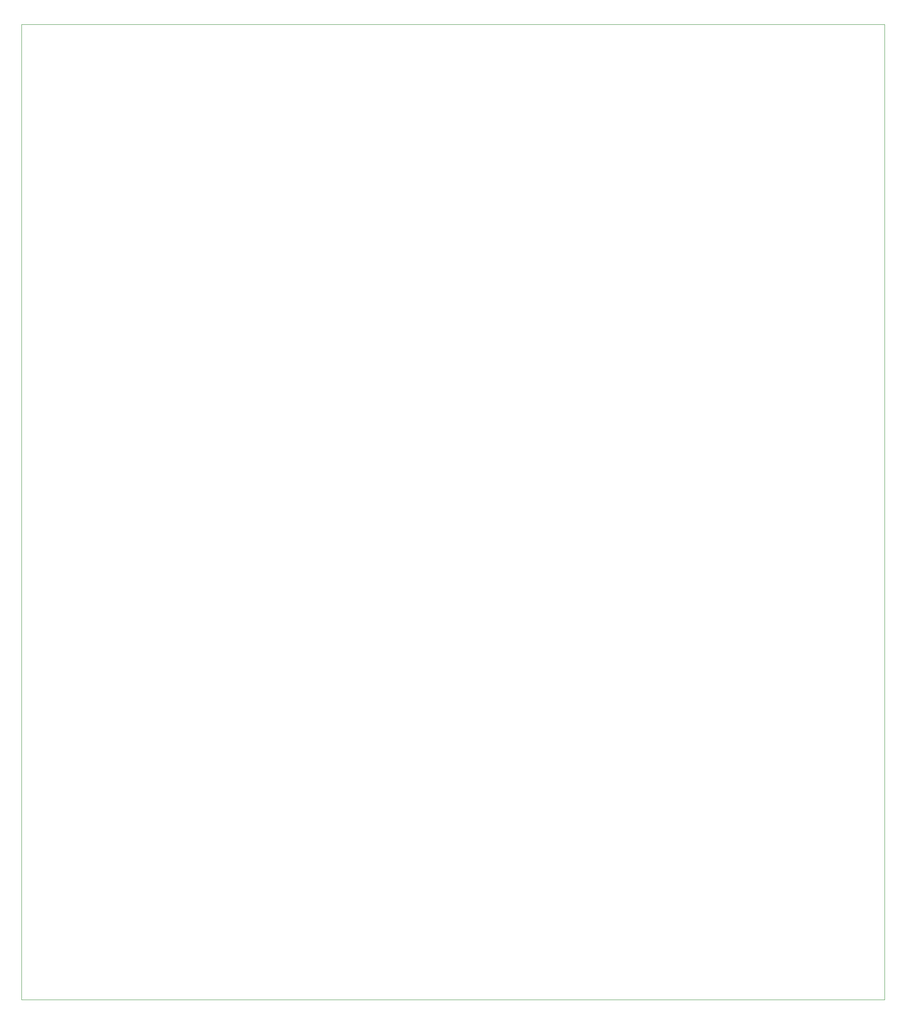
<source format=gbr>
G04*
G04 #@! TF.GenerationSoftware,Altium Limited,Altium Designer,24.1.2 (44)*
G04*
G04 Layer_Color=0*
%FSLAX44Y44*%
%MOMM*%
G71*
G04*
G04 #@! TF.SameCoordinates,70DEF323-38D4-4C79-B4EE-BD2FB1141571*
G04*
G04*
G04 #@! TF.FilePolarity,Positive*
G04*
G01*
G75*
%ADD60C,0.0254*%
D60*
Y2000000D01*
X1770000D01*
X1770000Y0D01*
X0D01*
M02*

</source>
